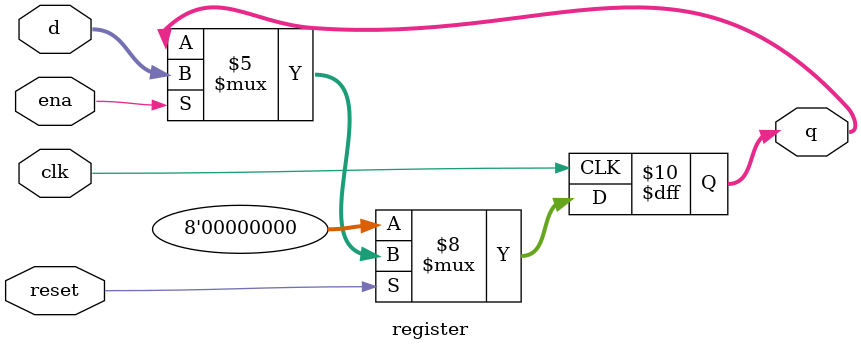
<source format=v>
module register
(
	input clk,
	input reset,
	input ena,
	input [7:0] d,
	output reg [7:0] q 
);

always @(posedge clk) begin
	if (reset == 1'b0)
		q <= 8'b0;
		
	else begin
		if (ena == 1'b1)
			q <= d;
		else
			q <= q;
	end
		
end

endmodule

</source>
